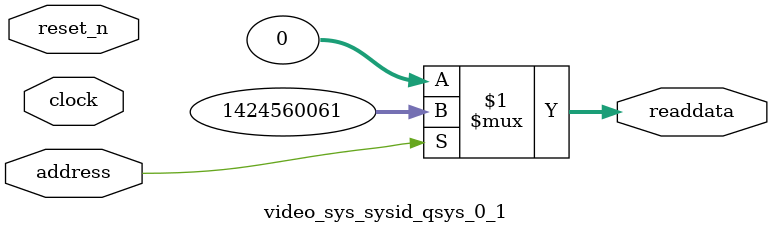
<source format=v>
module video_sys_sysid_qsys_0_1 (
                address,
                clock,
                reset_n,
                readdata
             )
;
  output  [ 31: 0] readdata;
  input            address;
  input            clock;
  input            reset_n;
  wire    [ 31: 0] readdata;
  assign readdata = address ? 1424560061 : 0;
endmodule
</source>
